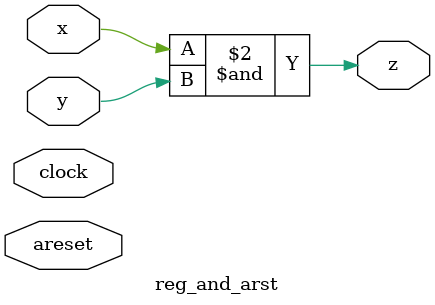
<source format=v>
/**
* Exercise 3.3 
* you can change the code below freely
  * */
module reg_and_arst(
  input  wire clock,
  input  wire areset,
  input  wire x,
  input  wire y,
  output reg  z
);
  always @(*) begin
    z = x & y;
  end
endmodule

</source>
